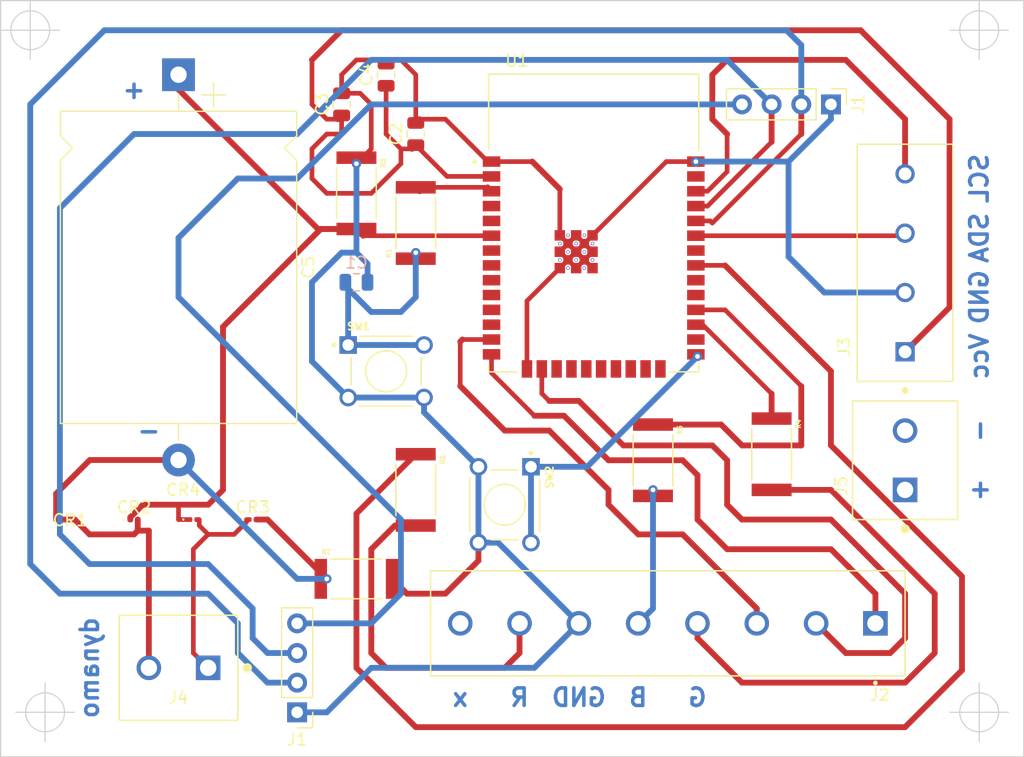
<source format=kicad_pcb>
(kicad_pcb (version 20211014) (generator pcbnew)
  (layers (0 "F.Cu" signal) (31 "B.Cu" signal) (34 "B.Paste" user) (35 "F.Paste" user) (36 "B.SilkS" user "B.Silkscreen") (37 "F.SilkS" user "F.Silkscreen") (38 "B.Mask" user) (39 "F.Mask" user) (44 "Edge.Cuts" user))
  (net 0 "")
  (net 1 "GND")
  (net 2 "Net-(C1-Pad2)")
  (net 3 "Net-(C2-Pad1)")
  (net 4 "Net-(C5-Pad1)")
  (net 5 "Net-(C5-Pad2)")
  (net 6 "Net-(CR1-Pad1)")
  (net 7 "Net-(CR3-Pad1)")
  (net 8 "Net-(J1-Pad2)")
  (net 9 "Net-(J1-Pad3)")
  (net 10 "+3V3")
  (net 11 "Net-(J2-Pad3)")
  (net 12 "Net-(J2-Pad2)")
  (net 13 "Net-(J2-Pad1)")
  (net 14 "Net-(J2-Pad4)")
  (net 15 "Net-(J2-Pad5)")
  (net 16 "Net-(J2-Pad7)")
  (net 18 "Net-(J3-Pad4)")
  (net 19 "Net-(J3-Pad3)")
  (net 20 "Net-(R1-Pad2)")
  (net 21 "Net-(R4-Pad1)")
  (net 22 "Net-(R5-Pad1)")
  (net 23 "Net-(R6-Pad1)")
  (net 24 "Net-(SW2-Pad1)")
  (footprint "Diode_SMD:D_0201_0603Metric" (layer "F.Cu") (at 127 68.58 180)
    (fp_text reference "CR1" (at -0.86 -0.05) (layer "F.SilkS"))
    (fp_text value "1N4148W-TP")
    (pad "1" smd roundrect (at -0.32 0 180) (size 0.46 0.4) (layers "F.Cu" "F.Mask") (net 6 "Net-(CR1-Pad1)"))
    (pad "2" smd roundrect (at 0.32 0 180) (size 0.46 0.4) (layers "F.Cu" "F.Mask") (net 5 "Net-(C5-Pad2)"))
  )
  (footprint "282837-4:TE_282837-4" (layer "F.Cu") (at 199.39 54.2125 90)
    (fp_text reference "J3" (at 0.4057 -5.22403 90) (layer "F.SilkS") (effects (font (size 1.001732 1.001732))))
    (fp_text value "pinnen lcd")
    (pad "1" thru_hole rect locked (at 0 0 90) (size 1.65 1.65) (drill 1.1) (layers *.Cu *.Mask) (net 3 "Net-(C2-Pad1)"))
    (pad "2" thru_hole circle locked (at 5.08 0 90) (size 1.65 1.65) (drill 1.1) (layers *.Cu *.Mask) (net 1 "GND"))
    (pad "3" thru_hole circle locked (at 10.16 0 90) (size 1.65 1.65) (drill 1.1) (layers *.Cu *.Mask) (net 19 "Net-(J3-Pad3)"))
    (pad "4" thru_hole circle locked (at 15.24 0 90) (size 1.65 1.65) (drill 1.1) (layers *.Cu *.Mask) (net 18 "Net-(J3-Pad4)"))
  )
  (footprint "libraries:RESC6332X65N" (layer "F.Cu") (at 157.48 43.18 90)
    (fp_text reference "R1" (at -2.59 -2.3 90) (layer "F.SilkS") (effects (font (size 0.393701 0.393701))))
    (fp_text value "10k")
    (pad "1" smd rect locked (at -3.055 0 90) (size 1.07 3.42) (layers "F.Cu" "F.Paste" "F.Mask") (net 2 "Net-(C1-Pad2)"))
    (pad "2" smd rect locked (at 3.055 0 90) (size 1.07 3.42) (layers "F.Cu" "F.Paste" "F.Mask") (net 20 "Net-(R1-Pad2)"))
  )
  (footprint "Connector_PinHeader_2.54mm:PinHeader_1x04_P2.54mm_Vertical" (layer "F.Cu") (at 147.32 85.09 180)
    (fp_text reference "J1" (at 0 -2.33) (layer "F.SilkS"))
    (fp_text value "Conn_01x04_Female")
    (pad "1" thru_hole rect (at 0 0 180) (size 1.7 1.7) (drill 1) (layers *.Cu *.Mask) (net 1 "GND"))
    (pad "2" thru_hole oval (at 0 2.54 180) (size 1.7 1.7) (drill 1) (layers *.Cu *.Mask) (net 8 "Net-(J1-Pad2)"))
    (pad "3" thru_hole oval (at 0 5.08 180) (size 1.7 1.7) (drill 1) (layers *.Cu *.Mask) (net 9 "Net-(J1-Pad3)"))
    (pad "4" thru_hole oval (at 0 7.62 180) (size 1.7 1.7) (drill 1) (layers *.Cu *.Mask) (net 10 "+3V3"))
  )
  (footprint "libraries:RESC6332X65N" (layer "F.Cu") (at 157.48 66.04 -90)
    (fp_text reference "R6" (at -2.59 -2.3 90) (layer "F.SilkS") (effects (font (size 0.393701 0.393701))))
    (fp_text value "82")
    (pad "1" smd rect locked (at -3.055 0 270) (size 1.07 3.42) (layers "F.Cu" "F.Paste" "F.Mask") (net 23 "Net-(R6-Pad1)"))
    (pad "2" smd rect locked (at 3.055 0 270) (size 1.07 3.42) (layers "F.Cu" "F.Paste" "F.Mask") (net 16 "Net-(J2-Pad7)"))
  )
  (footprint "Capacitor_SMD:C_0805_2012Metric" (layer "F.Cu") (at 157.48 35.56 90)
    (fp_text reference "C2" (at 0 -1.68 90) (layer "F.SilkS"))
    (fp_text value "220u")
    (pad "1" smd roundrect (at -0.95 0 90) (size 1 1.45) (layers "F.Cu" "F.Paste" "F.Mask") (net 3 "Net-(C2-Pad1)"))
    (pad "2" smd roundrect (at 0.95 0 90) (size 1 1.45) (layers "F.Cu" "F.Paste" "F.Mask") (net 1 "GND"))
  )
  (footprint "Capacitor_THT:CP_Axial_L26.5mm_D20.0mm_P33.00mm_Horizontal" (layer "F.Cu") (at 137.16 30.48 -90)
    (fp_text reference "C5" (at 16.5 -11.12 90) (layer "F.SilkS"))
    (fp_text value "1000µ")
    (pad "1" thru_hole rect (at 0 0 270) (size 2.8 2.8) (drill 1.4) (layers *.Cu *.Mask) (net 4 "Net-(C5-Pad1)"))
    (pad "2" thru_hole oval (at 33 0 270) (size 2.8 2.8) (drill 1.4) (layers *.Cu *.Mask) (net 5 "Net-(C5-Pad2)"))
  )
  (footprint "libraries:TE_282841-2" (layer "F.Cu") (at 137.16 81.28 180)
    (fp_text reference "J4" (at 0 -2.54) (layer "F.SilkS") (effects (font (size 1.000984 1.000984))))
    (fp_text value "pinnen dynamo")
    (pad "1" thru_hole rect locked (at -2.54 0 180) (size 2.1 2.1) (drill 1.4) (layers *.Cu *.Mask) (net 7 "Net-(CR3-Pad1)"))
    (pad "2" thru_hole circle locked (at 2.54 0 180) (size 2.1 2.1) (drill 1.4) (layers *.Cu *.Mask) (net 6 "Net-(CR1-Pad1)"))
  )
  (footprint "Diode_SMD:D_0201_0603Metric" (layer "F.Cu") (at 138.43 68.58)
    (fp_text reference "CR4" (at -0.86 -2.54) (layer "F.SilkS"))
    (fp_text value "1N4148W-TP")
    (pad "1" smd roundrect (at -0.32 0) (size 0.46 0.4) (layers "F.Cu" "F.Mask") (net 4 "Net-(C5-Pad1)"))
    (pad "2" smd roundrect (at 0.32 0) (size 0.46 0.4) (layers "F.Cu" "F.Mask") (net 7 "Net-(CR3-Pad1)"))
  )
  (footprint "Capacitor_SMD:C_0805_2012Metric" (layer "F.Cu") (at 151.13 33.02 90)
    (fp_text reference "C3" (at 0 -1.68 90) (layer "F.SilkS"))
    (fp_text value "22u")
    (pad "1" smd roundrect (at -0.95 0 90) (size 1 1.45) (layers "F.Cu" "F.Paste" "F.Mask") (net 3 "Net-(C2-Pad1)"))
    (pad "2" smd roundrect (at 0.95 0 90) (size 1 1.45) (layers "F.Cu" "F.Paste" "F.Mask") (net 1 "GND"))
  )
  (footprint "libraries:TE_282841-2" (layer "F.Cu") (at 199.39 63.5 90)
    (fp_text reference "J5" (at -2.197155 -5.470375 90) (layer "F.SilkS") (effects (font (size 1.000984 1.000984))))
    (fp_text value "voeding")
    (pad "1" thru_hole rect locked (at -2.54 0 90) (size 2.1 2.1) (drill 1.4) (layers *.Cu *.Mask) (net 3 "Net-(C2-Pad1)"))
    (pad "2" thru_hole circle locked (at 2.54 0 90) (size 2.1 2.1) (drill 1.4) (layers *.Cu *.Mask) (net 1 "GND"))
  )
  (footprint "Capacitor_SMD:C_0805_2012Metric" (layer "F.Cu") (at 154.94 30.48 90)
    (fp_text reference "C4" (at 0 -1.68 90) (layer "F.SilkS"))
    (fp_text value "0.1u")
    (pad "1" smd roundrect (at -0.95 0 90) (size 1 1.45) (layers "F.Cu" "F.Paste" "F.Mask") (net 3 "Net-(C2-Pad1)"))
    (pad "2" smd roundrect (at 0.95 0 90) (size 1 1.45) (layers "F.Cu" "F.Paste" "F.Mask") (net 1 "GND"))
  )
  (footprint "libraries:RESC6332X65N" (layer "F.Cu") (at 177.8 63.5 -90)
    (fp_text reference "R5" (at -2.59 -2.3 90) (layer "F.SilkS") (effects (font (size 0.393701 0.393701))))
    (fp_text value "82")
    (pad "1" smd rect locked (at -3.055 0 270) (size 1.07 3.42) (layers "F.Cu" "F.Paste" "F.Mask") (net 22 "Net-(R5-Pad1)"))
    (pad "2" smd rect locked (at 3.055 0 270) (size 1.07 3.42) (layers "F.Cu" "F.Paste" "F.Mask") (net 15 "Net-(J2-Pad5)"))
  )
  (footprint "libraries:RESC6332X65N" (layer "F.Cu") (at 152.4 40.64 -90)
    (fp_text reference "R3" (at -2.59 -2.3 90) (layer "F.SilkS") (effects (font (size 0.393701 0.393701))))
    (fp_text value "120")
    (pad "1" smd rect locked (at -3.055 0 270) (size 1.07 3.42) (layers "F.Cu" "F.Paste" "F.Mask") (net 1 "GND"))
    (pad "2" smd rect locked (at 3.055 0 270) (size 1.07 3.42) (layers "F.Cu" "F.Paste" "F.Mask") (net 4 "Net-(C5-Pad1)"))
  )
  (footprint "libraries:SW_1825910-6-4" (layer "F.Cu") (at 165.1 67.31 -90)
    (fp_text reference "SW2" (at -2.3627 -3.844398 90) (layer "F.SilkS") (effects (font (size 0.630643 0.630643))))
    (fp_text value "BOOT")
    (pad "1" thru_hole rect locked (at -3.25 -2.25 270) (size 1.498 1.498) (drill 0.99) (layers *.Cu *.Mask) (net 24 "Net-(SW2-Pad1)"))
    (pad "2" thru_hole circle locked (at 3.25 -2.25 270) (size 1.498 1.498) (drill 0.99) (layers *.Cu *.Mask) (net 24 "Net-(SW2-Pad1)"))
    (pad "3" thru_hole circle locked (at -3.25 2.25 270) (size 1.498 1.498) (drill 0.99) (layers *.Cu *.Mask) (net 1 "GND"))
    (pad "4" thru_hole circle locked (at 3.25 2.25 270) (size 1.498 1.498) (drill 0.99) (layers *.Cu *.Mask) (net 1 "GND"))
  )
  (footprint "Diode_SMD:D_0201_0603Metric" (layer "F.Cu") (at 143.51 68.58)
    (fp_text reference "CR3" (at 0 -1.05) (layer "F.SilkS"))
    (fp_text value "1N4148W-TP")
    (pad "1" smd roundrect (at -0.32 0) (size 0.46 0.4) (layers "F.Cu" "F.Mask") (net 7 "Net-(CR3-Pad1)"))
    (pad "2" smd roundrect (at 0.32 0) (size 0.46 0.4) (layers "F.Cu" "F.Mask") (net 5 "Net-(C5-Pad2)"))
  )
  (footprint "libraries:XCVR_ESP32-WROOM-32E_(16MB)" (layer "F.Cu") (at 172.72 43.18)
    (fp_text reference "U1" (at -6.575 -13.885) (layer "F.SilkS"))
    (fp_text value "ESP32-WROOM-32E_(16MB)")
    (pad "1" smd rect locked (at -8.75 -5.26) (size 1.5 0.9) (layers "F.Cu" "F.Paste" "F.Mask") (net 1 "GND"))
    (pad "2" smd rect locked (at -8.75 -3.99) (size 1.5 0.9) (layers "F.Cu" "F.Paste" "F.Mask") (net 3 "Net-(C2-Pad1)"))
    (pad "3" smd rect locked (at -8.75 -2.72) (size 1.5 0.9) (layers "F.Cu" "F.Paste" "F.Mask") (net 20 "Net-(R1-Pad2)"))
    (pad "4" smd rect locked (at -8.75 -1.45) (size 1.5 0.9) (layers "F.Cu" "F.Paste" "F.Mask"))
    (pad "5" smd rect locked (at -8.75 -0.18) (size 1.5 0.9) (layers "F.Cu" "F.Paste" "F.Mask"))
    (pad "6" smd rect locked (at -8.75 1.09) (size 1.5 0.9) (layers "F.Cu" "F.Paste" "F.Mask") (net 4 "Net-(C5-Pad1)"))
    (pad "7" smd rect locked (at -8.75 2.36) (size 1.5 0.9) (layers "F.Cu" "F.Paste" "F.Mask"))
    (pad "8" smd rect locked (at -8.75 3.63) (size 1.5 0.9) (layers "F.Cu" "F.Paste" "F.Mask"))
    (pad "9" smd rect locked (at -8.75 4.9) (size 1.5 0.9) (layers "F.Cu" "F.Paste" "F.Mask"))
    (pad "10" smd rect locked (at -8.75 6.17) (size 1.5 0.9) (layers "F.Cu" "F.Paste" "F.Mask"))
    (pad "11" smd rect locked (at -8.75 7.44) (size 1.5 0.9) (layers "F.Cu" "F.Paste" "F.Mask"))
    (pad "12" smd rect locked (at -8.75 8.71) (size 1.5 0.9) (layers "F.Cu" "F.Paste" "F.Mask"))
    (pad "13" smd rect locked (at -8.75 9.98) (size 1.5 0.9) (layers "F.Cu" "F.Paste" "F.Mask") (net 11 "Net-(J2-Pad3)"))
    (pad "14" smd rect locked (at -8.75 11.25) (size 1.5 0.9) (layers "F.Cu" "F.Paste" "F.Mask") (net 13 "Net-(J2-Pad1)"))
    (pad "15" smd rect locked (at -5.715 12.5) (size 0.9 1.5) (layers "F.Cu" "F.Paste" "F.Mask") (net 1 "GND"))
    (pad "16" smd rect locked (at -4.445 12.5) (size 0.9 1.5) (layers "F.Cu" "F.Paste" "F.Mask") (net 12 "Net-(J2-Pad2)"))
    (pad "17" smd rect locked (at -3.175 12.5) (size 0.9 1.5) (layers "F.Cu" "F.Paste" "F.Mask"))
    (pad "18" smd rect locked (at -1.905 12.5) (size 0.9 1.5) (layers "F.Cu" "F.Paste" "F.Mask"))
    (pad "19" smd rect locked (at -0.635 12.5) (size 0.9 1.5) (layers "F.Cu" "F.Paste" "F.Mask"))
    (pad "20" smd rect locked (at 0.635 12.5) (size 0.9 1.5) (layers "F.Cu" "F.Paste" "F.Mask"))
    (pad "21" smd rect locked (at 1.905 12.5) (size 0.9 1.5) (layers "F.Cu" "F.Paste" "F.Mask"))
    (pad "22" smd rect locked (at 3.175 12.5) (size 0.9 1.5) (layers "F.Cu" "F.Paste" "F.Mask"))
    (pad "23" smd rect locked (at 4.445 12.5) (size 0.9 1.5) (layers "F.Cu" "F.Paste" "F.Mask"))
    (pad "24" smd rect locked (at 5.715 12.5) (size 0.9 1.5) (layers "F.Cu" "F.Paste" "F.Mask"))
    (pad "25" smd rect locked (at 8.75 11.25) (size 1.5 0.9) (layers "F.Cu" "F.Paste" "F.Mask") (net 24 "Net-(SW2-Pad1)"))
    (pad "26" smd rect locked (at 8.75 9.98) (size 1.5 0.9) (layers "F.Cu" "F.Paste" "F.Mask"))
    (pad "27" smd rect locked (at 8.75 8.71) (size 1.5 0.9) (layers "F.Cu" "F.Paste" "F.Mask") (net 21 "Net-(R4-Pad1)"))
    (pad "28" smd rect locked (at 8.75 7.44) (size 1.5 0.9) (layers "F.Cu" "F.Paste" "F.Mask") (net 22 "Net-(R5-Pad1)"))
    (pad "29" smd rect locked (at 8.75 6.17) (size 1.5 0.9) (layers "F.Cu" "F.Paste" "F.Mask"))
    (pad "30" smd rect locked (at 8.75 4.9) (size 1.5 0.9) (layers "F.Cu" "F.Paste" "F.Mask"))
    (pad "31" smd rect locked (at 8.75 3.63) (size 1.5 0.9) (layers "F.Cu" "F.Paste" "F.Mask") (net 23 "Net-(R6-Pad1)"))
    (pad "32" smd rect locked (at 8.75 2.36) (size 1.5 0.9) (layers "F.Cu" "F.Paste" "F.Mask"))
    (pad "33" smd rect locked (at 8.75 1.09) (size 1.5 0.9) (layers "F.Cu" "F.Paste" "F.Mask") (net 19 "Net-(J3-Pad3)"))
    (pad "34" smd rect locked (at 8.75 -0.18) (size 1.5 0.9) (layers "F.Cu" "F.Paste" "F.Mask") (net 8 "Net-(J1-Pad2)"))
    (pad "35" smd rect locked (at 8.75 -1.45) (size 1.5 0.9) (layers "F.Cu" "F.Paste" "F.Mask") (net 9 "Net-(J1-Pad3)"))
    (pad "36" smd rect locked (at 8.75 -2.72) (size 1.5 0.9) (layers "F.Cu" "F.Paste" "F.Mask") (net 18 "Net-(J3-Pad4)"))
    (pad "37" smd rect locked (at 8.75 -3.99) (size 1.5 0.9) (layers "F.Cu" "F.Paste" "F.Mask"))
    (pad "38" smd rect locked (at 8.75 -5.26) (size 1.5 0.9) (layers "F.Cu" "F.Paste" "F.Mask") (net 1 "GND"))
    (pad "39_1" smd rect locked (at -2.9 1.06) (size 0.9 0.9) (layers "F.Cu" "F.Paste" "F.Mask") (net 1 "GND"))
    (pad "39_2" smd rect locked (at -1.5 1.06) (size 0.9 0.9) (layers "F.Cu" "F.Paste" "F.Mask") (net 1 "GND"))
    (pad "39_3" smd rect locked (at -0.1 1.06) (size 0.9 0.9) (layers "F.Cu" "F.Paste" "F.Mask") (net 1 "GND"))
    (pad "39_4" smd rect locked (at -2.9 2.46) (size 0.9 0.9) (layers "F.Cu" "F.Paste" "F.Mask") (net 1 "GND"))
    (pad "39_5" smd rect locked (at -1.5 2.46) (size 0.9 0.9) (layers "F.Cu" "F.Paste" "F.Mask") (net 1 "GND"))
    (pad "39_6" smd rect locked (at -0.1 2.46) (size 0.9 0.9) (layers "F.Cu" "F.Paste" "F.Mask") (net 1 "GND"))
    (pad "39_7" smd rect locked (at -2.9 3.86) (size 0.9 0.9) (layers "F.Cu" "F.Paste" "F.Mask") (net 1 "GND"))
    (pad "39_8" smd rect locked (at -1.5 3.86) (size 0.9 0.9) (layers "F.Cu" "F.Paste" "F.Mask") (net 1 "GND"))
    (pad "39_9" smd rect locked (at -0.1 3.86) (size 0.9 0.9) (layers "F.Cu" "F.Paste" "F.Mask") (net 1 "GND"))
    (pad "39_10" thru_hole circle locked (at -2.2 1.06) (size 0.3 0.3) (drill 0.2) (layers *.Cu))
    (pad "39_11" thru_hole circle locked (at -0.8 1.06) (size 0.3 0.3) (drill 0.2) (layers *.Cu))
    (pad "39_12" thru_hole circle locked (at -2.9 1.76) (size 0.3 0.3) (drill 0.2) (layers *.Cu))
    (pad "39_13" thru_hole circle locked (at -1.5 1.76) (size 0.3 0.3) (drill 0.2) (layers *.Cu))
    (pad "39_14" thru_hole circle locked (at -0.1 1.76) (size 0.3 0.3) (drill 0.2) (layers *.Cu))
    (pad "39_15" thru_hole circle locked (at -2.2 2.46) (size 0.3 0.3) (drill 0.2) (layers *.Cu))
    (pad "39_16" thru_hole circle locked (at -0.8 2.46) (size 0.3 0.3) (drill 0.2) (layers *.Cu))
    (pad "39_17" thru_hole circle locked (at -2.9 3.16) (size 0.3 0.3) (drill 0.2) (layers *.Cu))
    (pad "39_18" thru_hole circle locked (at -1.5 3.16) (size 0.3 0.3) (drill 0.2) (layers *.Cu))
    (pad "39_19" thru_hole circle locked (at -0.1 3.16) (size 0.3 0.3) (drill 0.2) (layers *.Cu))
    (pad "39_20" thru_hole circle locked (at -2.2 3.86) (size 0.3 0.3) (drill 0.2) (layers *.Cu))
    (pad "39_21" thru_hole circle locked (at -0.8 3.86) (size 0.3 0.3) (drill 0.2) (layers *.Cu))
  )
  (footprint "libraries:RESC6332X65N" (layer "F.Cu") (at 187.96 62.985 -90)
    (fp_text reference "R4" (at -2.59 -2.3 90) (layer "F.SilkS") (effects (font (size 0.393701 0.393701))))
    (fp_text value "82")
    (pad "1" smd rect locked (at -3.055 0 270) (size 1.07 3.42) (layers "F.Cu" "F.Paste" "F.Mask") (net 21 "Net-(R4-Pad1)"))
    (pad "2" smd rect locked (at 3.055 0 270) (size 1.07 3.42) (layers "F.Cu" "F.Paste" "F.Mask") (net 14 "Net-(J2-Pad4)"))
  )
  (footprint "libraries:RESC6332X65N" (layer "F.Cu") (at 152.4 73.66)
    (fp_text reference "R2" (at -2.59 -2.3) (layer "F.SilkS") (effects (font (size 0.393701 0.393701))))
    (fp_text value "560")
    (pad "1" smd rect locked (at -3.055 0) (size 1.07 3.42) (layers "F.Cu" "F.Paste" "F.Mask") (net 5 "Net-(C5-Pad2)"))
    (pad "2" smd rect locked (at 3.055 0) (size 1.07 3.42) (layers "F.Cu" "F.Paste" "F.Mask") (net 1 "GND"))
  )
  (footprint "Diode_SMD:D_0201_0603Metric" (layer "F.Cu") (at 133.35 68.58)
    (fp_text reference "CR2" (at 0 -1.05) (layer "F.SilkS"))
    (fp_text value "1N4148W-TP")
    (pad "1" smd roundrect locked (at -0.32 0) (size 0.46 0.4) (layers "F.Cu" "F.Mask") (net 4 "Net-(C5-Pad1)"))
    (pad "2" smd roundrect locked (at 0.32 0) (size 0.46 0.4) (layers "F.Cu" "F.Mask") (net 6 "Net-(CR1-Pad1)"))
  )
  (footprint "libraries:TE_282841-8" (layer "F.Cu") (at 179.07 77.47 180)
    (fp_text reference "J2" (at -18.145 -6.135) (layer "F.SilkS"))
    (fp_text value "pinnen 3 witte leds, 1 rgb led")
    (pad "1" thru_hole rect locked (at -17.78 0 180) (size 2.1 2.1) (drill 1.4) (layers *.Cu *.Mask) (net 13 "Net-(J2-Pad1)"))
    (pad "2" thru_hole circle locked (at -12.7 0 180) (size 2.1 2.1) (drill 1.4) (layers *.Cu *.Mask) (net 12 "Net-(J2-Pad2)"))
    (pad "3" thru_hole circle locked (at -7.62 0 180) (size 2.1 2.1) (drill 1.4) (layers *.Cu *.Mask) (net 11 "Net-(J2-Pad3)"))
    (pad "4" thru_hole circle locked (at -2.54 0 180) (size 2.1 2.1) (drill 1.4) (layers *.Cu *.Mask) (net 14 "Net-(J2-Pad4)"))
    (pad "5" thru_hole circle locked (at 2.54 0 180) (size 2.1 2.1) (drill 1.4) (layers *.Cu *.Mask) (net 15 "Net-(J2-Pad5)"))
    (pad "6" thru_hole circle locked (at 7.62 0 180) (size 2.1 2.1) (drill 1.4) (layers *.Cu *.Mask) (net 1 "GND"))
    (pad "7" thru_hole circle locked (at 12.7 0 180) (size 2.1 2.1) (drill 1.4) (layers *.Cu *.Mask) (net 16 "Net-(J2-Pad7)"))
    (pad "8" thru_hole circle locked (at 17.78 0 180) (size 2.1 2.1) (drill 1.4) (layers *.Cu *.Mask))
  )
  (footprint "Connector_PinHeader_2.54mm:PinHeader_1x04_P2.54mm_Vertical" (layer "F.Cu") (at 193.04 33.02 -90)
    (fp_text reference "J1" (at 0 -2.33 90) (layer "F.SilkS"))
    (fp_text value "Conn_01x04_Female")
    (pad "1" thru_hole rect (at 0 0 270) (size 1.7 1.7) (drill 1) (layers *.Cu *.Mask) (net 1 "GND"))
    (pad "2" thru_hole oval (at 0 2.54 270) (size 1.7 1.7) (drill 1) (layers *.Cu *.Mask) (net 8 "Net-(J1-Pad2)"))
    (pad "3" thru_hole oval (at 0 5.08 270) (size 1.7 1.7) (drill 1) (layers *.Cu *.Mask) (net 9 "Net-(J1-Pad3)"))
    (pad "4" thru_hole oval (at 0 7.62 270) (size 1.7 1.7) (drill 1) (layers *.Cu *.Mask) (net 10 "+3V3"))
  )
  (footprint "libraries:SW_1825910-6-4" (layer "F.Cu") (at 154.94 55.88)
    (fp_text reference "SW1" (at -2.3627 -3.844398) (layer "F.SilkS") (effects (font (size 0.630643 0.630643))))
    (fp_text value "ENABLE")
    (pad "1" thru_hole rect locked (at -3.25 -2.25) (size 1.498 1.498) (drill 0.99) (layers *.Cu *.Mask) (net 2 "Net-(C1-Pad2)"))
    (pad "2" thru_hole circle locked (at 3.25 -2.25) (size 1.498 1.498) (drill 0.99) (layers *.Cu *.Mask) (net 2 "Net-(C1-Pad2)"))
    (pad "3" thru_hole circle locked (at -3.25 2.25) (size 1.498 1.498) (drill 0.99) (layers *.Cu *.Mask) (net 1 "GND"))
    (pad "4" thru_hole circle locked (at 3.25 2.25) (size 1.498 1.498) (drill 0.99) (layers *.Cu *.Mask) (net 1 "GND"))
  )
  (footprint "Capacitor_SMD:C_0805_2012Metric" (layer "B.Cu") (at 152.4 48.26 180)
    (fp_text reference "C1" (at 0 1.68) (layer "B.SilkS") (effects (justify mirror)))
    (fp_text value "1u")
    (pad "1" smd roundrect locked (at -0.95 0 180) (size 1 1.45) (layers "B.Cu" "B.Paste" "B.Mask") (net 1 "GND"))
    (pad "2" smd roundrect locked (at 0.95 0 180) (size 1 1.45) (layers "B.Cu" "B.Paste" "B.Mask") (net 2 "Net-(C1-Pad2)"))
  )
  (gr_rect (start 121.92 24.13) (end 209.55 88.9) (layer "Edge.Cuts") (width 0.1) (fill none))
  (gr_text "dynamo" (at 129.54 81.28 90) (layer "B.Cu") (effects (font (size 1.5 1.5) (thickness 0.3)) (justify mirror)))
  (gr_text "Vcc" (at 205.74 54.61 90) (layer "B.Cu") (effects (font (size 1.5 1.5) (thickness 0.3)) (justify mirror)))
  (gr_text "GND" (at 171.45 83.82) (layer "B.Cu") (effects (font (size 1.5 1.5) (thickness 0.3)) (justify mirror)))
  (gr_text "B" (at 176.53 83.82) (layer "B.Cu") (effects (font (size 1.5 1.5) (thickness 0.3)) (justify mirror)))
  (gr_text "-\n" (at 134.62 60.96) (layer "B.Cu") (effects (font (size 1.5 1.5) (thickness 0.3)) (justify mirror)))
  (gr_text "GND" (at 205.74 49.53 90) (layer "B.Cu") (effects (font (size 1.5 1.5) (thickness 0.3)) (justify mirror)))
  (gr_text "R" (at 166.37 83.82) (layer "B.Cu") (effects (font (size 1.5 1.5) (thickness 0.3)) (justify mirror)))
  (gr_text "SCL" (at 205.74 39.37 90) (layer "B.Cu") (effects (font (size 1.5 1.5) (thickness 0.3)) (justify mirror)))
  (gr_text "+" (at 133.35 31.75) (layer "B.Cu") (effects (font (size 1.5 1.5) (thickness 0.3)) (justify mirror)))
  (gr_text "G" (at 181.61 83.82) (layer "B.Cu") (effects (font (size 1.5 1.5) (thickness 0.3)) (justify mirror)))
  (gr_text "-" (at 205.74 60.96 90) (layer "B.Cu") (effects (font (size 1.5 1.5) (thickness 0.3))))
  (gr_text "SDA" (at 205.74 44.45 90) (layer "B.Cu") (effects (font (size 1.5 1.5) (thickness 0.3)) (justify mirror)))
  (gr_text "x" (at 161.29 83.82) (layer "B.Cu") (effects (font (size 1.5 1.5) (thickness 0.3)) (justify mirror)))
  (gr_text "+\n" (at 205.74 66.04 90) (layer "B.Cu") (effects (font (size 1.5 1.5) (thickness 0.3))))
  (target plus (at 205.74 85.09) (size 5) (width 0.1) (layer "Edge.Cuts"))
  (target plus (at 125.73 85.09) (size 5) (width 0.1) (layer "Edge.Cuts"))
  (target plus (at 124.46 26.67) (size 5) (width 0.1) (layer "Edge.Cuts"))
  (target plus (at 205.74 26.67) (size 5) (width 0.1) (layer "Edge.Cuts"))
  (segment (start 172.125479 46.545479) (end 172.125479 46.134521) (width 0.4) (layer "F.Cu") (net 1))
  (segment (start 160.02 34.29) (end 157.8 34.29) (width 0.4) (layer "F.Cu") (net 1))
  (segment (start 169.82 40.28) (end 167.46 37.92) (width 0.5) (layer "F.Cu") (net 1))
  (segment (start 169.82 47.04) (end 167.005 49.855) (width 0.4) (layer "F.Cu") (net 1))
  (segment (start 156.21 29.21) (end 155.26 29.21) (width 0.4) (layer "F.Cu") (net 1))
  (segment (start 170.725479 44.734521) (end 171.22 44.24) (width 0.4) (layer "F.Cu") (net 1))
  (segment (start 170.314521 46.134521) (end 170.314521 46.54612) (width 0.4) (layer "F.Cu") (net 1))
  (segment (start 171.22 47.04) (end 171.714521 46.545479) (width 0.4) (layer "F.Cu") (net 1))
  (segment (start 170.725479 45.145479) (end 170.314521 45.145479) (width 0.4) (layer "F.Cu") (net 1))
  (segment (start 169.82 44.24) (end 169.820641 44.24) (width 0.4) (layer "F.Cu") (net 1))
  (segment (start 170.725479 46.545479) (end 171.22 47.04) (width 0.4) (layer "F.Cu") (net 1))
  (segment (start 171.715162 46.134521) (end 172.125479 46.134521) (width 0.4) (layer "F.Cu") (net 1))
  (segment (start 172.125479 45.145479) (end 172.125479 44.734521) (width 0.4) (layer "F.Cu") (net 1))
  (segment (start 172.125479 44.734521) (end 172.62 44.24) (width 0.4) (layer "F.Cu") (net 1))
  (segment (start 171.714521 45.145479) (end 172.125479 45.145479) (width 0.4) (layer "F.Cu") (net 1))
  (segment (start 171.22 44.24) (end 171.714521 44.734521) (width 0.4) (layer "F.Cu") (net 1))
  (segment (start 167.46 37.92) (end 163.97 37.92) (width 0.4) (layer "F.Cu") (net 1))
  (segment (start 152.4 38.1) (end 153.67 36.83) (width 0.4) (layer "F.Cu") (net 1))
  (segment (start 170.314521 46.54612) (end 170.025479 46.835162) (width 0.4) (layer "F.Cu") (net 1))
  (segment (start 172.62 45.64) (end 172.125479 45.145479) (width 0.4) (layer "F.Cu") (net 1))
  (segment (start 171.22 45.64) (end 170.725479 45.145479) (width 0.4) (layer "F.Cu") (net 1))
  (segment (start 170.314521 45.145479) (end 169.82 45.64) (width 0.4) (layer "F.Cu") (net 1))
  (segment (start 169.82 44.24) (end 169.82 40.28) (width 0.4) (layer "F.Cu") (net 1))
  (segment (start 170.314521 45.145479) (end 170.314521 44.734521) (width 0.4) (layer "F.Cu") (net 1))
  (segment (start 170.314521 46.134521) (end 170.725479 46.134521) (width 0.4) (layer "F.Cu") (net 1))
  (segment (start 163.97 37.92) (end 163.65 37.92) (width 0.5) (layer "F.Cu") (net 1))
  (segment (start 178.94 37.92) (end 181.47 37.92) (width 0.4) (layer "F.Cu") (net 1))
  (segment (start 171.219359 45.64) (end 170.724838 45.145479) (width 0.4) (layer "F.Cu") (net 1))
  (segment (start 154.62 29.21) (end 154.94 29.53) (width 0.5) (layer "F.Cu") (net 1))
  (segment (start 170.724838 45.145479) (end 170.724838 44.735162) (width 0.4) (layer "F.Cu") (net 1))
  (segment (start 152.72 32.07) (end 151.13 32.07) (width 0.4) (layer "F.Cu") (net 1))
  (segment (start 171.714521 46.134521) (end 171.22 45.64) (width 0.4) (layer "F.Cu") (net 1))
  (segment (start 171.22 45.64) (end 171.714521 45.145479) (width 0.4) (layer "F.Cu") (net 1))
  (segment (start 170.725479 46.134521) (end 171.22 45.64) (width 0.4) (layer "F.Cu") (net 1))
  (segment (start 170.314521 44.734521) (end 170.725479 44.734521) (width 0.4) (layer "F.Cu") (net 1))
  (segment (start 153.67 33.02) (end 152.72 32.07) (width 0.4) (layer "F.Cu") (net 1))
  (segment (start 172.62 47.04) (end 172.125479 46.545479) (width 0.4) (layer "F.Cu") (net 1))
  (segment (start 169.82 44.24) (end 170.314521 44.734521) (width 0.4) (layer "F.Cu") (net 1))
  (segment (start 172.125479 46.545479) (end 171.714521 46.545479) (width 0.4) (layer "F.Cu") (net 1))
  (segment (start 162.85 72.1) (end 162.85 70.56) (width 0.5) (layer "F.Cu") (net 1))
  (segment (start 171.22 45.64) (end 171.219359 45.64) (width 0.4) (layer "F.Cu") (net 1))
  (segment (start 171.714521 44.734521) (end 172.125479 44.734521) (width 0.4) (layer "F.Cu") (net 1))
  (segment (start 172.83 44.45) (end 172.72 44.45) (width 0.4) (layer "F.Cu") (net 1))
  (segment (start 163.65 37.92) (end 160.02 34.29) (width 0.4) (layer "F.Cu") (net 1))
  (segment (start 167.005 49.855) (end 167.005 55.68) (width 0.4) (layer "F.Cu") (net 1))
  (segment (start 169.975479 47.04) (end 169.82 47.04) (width 0.4) (layer "F.Cu") (net 1))
  (segment (start 151.13 30.48) (end 152.4 29.21) (width 0.4) (layer "F.Cu") (net 1))
  (segment (start 152.4 29.21) (end 154.62 29.21) (width 0.4) (layer "F.Cu") (net 1))
  (segment (start 157.8 34.29) (end 157.48 34.61) (width 0.5) (layer "F.Cu") (net 1))
  (segment (start 157.48 34.61) (end 157.48 30.48) (width 0.4) (layer "F.Cu") (net 1))
  (segment (start 170.314521 46.545479) (end 170.725479 46.545479) (width 0.4) (layer "F.Cu") (net 1))
  (segment (start 172.125479 46.134521) (end 172.62 45.64) (width 0.4) (layer "F.Cu") (net 1))
  (segment (start 155.455 73.66) (end 156.725 74.93) (width 0.5) (layer "F.Cu") (net 1))
  (segment (start 170.724838 44.735162) (end 171.22 44.24) (width 0.4) (layer "F.Cu") (net 1))
  (segment (start 169.820641 44.24) (end 170.105321 44.52468) (width 0.4) (layer "F.Cu") (net 1))
  (segment (start 171.220641 45.64) (end 171.715162 46.134521) (width 0.4) (layer "F.Cu") (net 1))
  (segment (start 170.725479 46.135162) (end 170.725479 46.545479) (width 0.4) (layer "F.Cu") (net 1))
  (segment (start 172.62 44.24) (end 178.94 37.92) (width 0.4) (layer "F.Cu") (net 1))
  (segment (start 157.48 30.48) (end 156.21 29.21) (width 0.4) (layer "F.Cu") (net 1))
  (segment (start 171.220641 45.64) (end 170.725479 46.135162) (width 0.4) (layer "F.Cu") (net 1))
  (segment (start 170.724838 45.145479) (end 170.314521 45.145479) (width 0.4) (layer "F.Cu") (net 1))
  (segment (start 153.67 36.83) (end 153.67 33.02) (width 0.4) (layer "F.Cu") (net 1))
  (segment (start 160.02 74.93) (end 162.85 72.1) (width 0.5) (layer "F.Cu") (net 1))
  (segment (start 151.13 32.07) (end 151.13 30.48) (width 0.4) (layer "F.Cu") (net 1))
  (segment (start 156.725 74.93) (end 160.02 74.93) (width 0.5) (layer "F.Cu") (net 1))
  (segment (start 170.025479 46.835162) (end 170.025479 46.99) (width 0.4) (layer "F.Cu") (net 1))
  (segment (start 171.714521 46.545479) (end 171.714521 46.134521) (width 0.4) (layer "F.Cu") (net 1))
  (segment (start 171.714521 45.145479) (end 171.714521 44.734521) (width 0.4) (layer "F.Cu") (net 1))
  (segment (start 171.22 45.64) (end 171.220641 45.64) (width 0.4) (layer "F.Cu") (net 1))
  (segment (start 169.82 47.04) (end 170.314521 46.545479) (width 0.4) (layer "F.Cu") (net 1))
  (segment (start 155.26 29.21) (end 154.94 29.53) (width 0.4) (layer "F.Cu") (net 1))
  (segment (start 170.025479 46.99) (end 169.975479 47.04) (width 0.4) (layer "F.Cu") (net 1))
  (segment (start 169.82 45.64) (end 170.314521 46.134521) (width 0.4) (layer "F.Cu") (net 1))
  (via (at 152.4 38.1) (size 0.8) (drill 0.4) (layers "F.Cu" "B.Cu") (net 1))
  (via (at 181.47 37.92) (size 0.8) (drill 0.4) (layers "F.Cu" "B.Cu") (net 1))
  (segment (start 151.69 58.13) (end 158.19 58.13) (width 0.5) (layer "B.Cu") (net 1))
  (segment (start 152.4 45.72) (end 152.4 38.1) (width 0.5) (layer "B.Cu") (net 1))
  (segment (start 158.19 58.13) (end 158.19 59.4) (width 0.5) (layer "B.Cu") (net 1))
  (segment (start 151.13 45.72) (end 148.59 48.26) (width 0.5) (layer "B.Cu") (net 1))
  (segment (start 153.67 81.28) (end 167.64 81.28) (width 0.5) (layer "B.Cu") (net 1))
  (segment (start 158.19 59.4) (end 162.85 64.06) (width 0.5) (layer "B.Cu") (net 1))
  (segment (start 189.41 37.92) (end 193.04 34.29) (width 0.5) (layer "B.Cu") (net 1))
  (segment (start 167.64 81.28) (end 171.45 77.47) (width 0.5) (layer "B.Cu") (net 1))
  (segment (start 189.41 46.073998) (end 192.468502 49.1325) (width 0.5) (layer "B.Cu") (net 1))
  (segment (start 181.47 37.92) (end 189.41 37.92) (width 0.5) (layer "B.Cu") (net 1))
  (segment (start 164.54 70.56) (end 171.45 77.47) (width 0.5) (layer "B.Cu") (net 1))
  (segment (start 152.4 45.72) (end 151.13 45.72) (width 0.5) (layer "B.Cu") (net 1))
  (segment (start 162.85 70.56) (end 164.54 70.56) (width 0.5) (layer "B.Cu") (net 1))
  (segment (start 189.41 37.92) (end 189.41 46.073998) (width 0.5) (layer "B.Cu") (net 1))
  (segment (start 192.468502 49.1325) (end 199.39 49.1325) (width 0.5) (layer "B.Cu") (net 1))
  (segment (start 149.86 85.09) (end 153.67 81.28) (width 0.5) (layer "B.Cu") (net 1))
  (segment (start 153.35 48.26) (end 153.35 46.67) (width 0.5) (layer "B.Cu") (net 1))
  (segment (start 148.59 55.03) (end 151.69 58.13) (width 0.5) (layer "B.Cu") (net 1))
  (segment (start 193.04 34.29) (end 193.04 33.02) (width 0.5) (layer "B.Cu") (net 1))
  (segment (start 148.59 48.26) (end 148.59 55.03) (width 0.5) (layer "B.Cu") (net 1))
  (segment (start 162.85 70.56) (end 162.85 64.06) (width 0.5) (layer "B.Cu") (net 1))
  (segment (start 153.35 46.67) (end 152.4 45.72) (width 0.5) (layer "B.Cu") (net 1))
  (segment (start 147.32 85.09) (end 149.86 85.09) (width 0.5) (layer "B.Cu") (net 1))
  (via (at 157.48 45.72) (size 0.8) (drill 0.4) (layers "F.Cu" "B.Cu") (net 2))
  (segment (start 151.69 48.5) (end 151.45 48.26) (width 0.5) (layer "B.Cu") (net 2))
  (segment (start 153.67 50.8) (end 156.21 50.8) (width 0.5) (layer "B.Cu") (net 2))
  (segment (start 151.45 48.58) (end 153.67 50.8) (width 0.5) (layer "B.Cu") (net 2))
  (segment (start 151.45 48.26) (end 151.45 48.58) (width 0.5) (layer "B.Cu") (net 2))
  (segment (start 157.48 49.53) (end 157.48 45.72) (width 0.5) (layer "B.Cu") (net 2))
  (segment (start 158.19 53.63) (end 151.69 53.63) (width 0.5) (layer "B.Cu") (net 2))
  (segment (start 151.69 53.63) (end 151.69 48.5) (width 0.5) (layer "B.Cu") (net 2))
  (segment (start 156.21 50.8) (end 157.48 49.53) (width 0.5) (layer "B.Cu") (net 2))
  (segment (start 148.59 39.37) (end 149.86 40.64) (width 0.4) (layer "F.Cu") (net 3))
  (segment (start 148.59 36.83) (end 148.59 39.37) (width 0.4) (layer "F.Cu") (net 3))
  (segment (start 163.97 39.19) (end 160.16 39.19) (width 0.4) (layer "F.Cu") (net 3))
  (segment (start 151.13 35.56) (end 149.86 35.56) (width 0.4) (layer "F.Cu") (net 3))
  (segment (start 150.81 34.29) (end 149.86 34.29) (width 0.4) (layer "F.Cu") (net 3))
  (segment (start 148.59 33.02) (end 148.59 29.21) (width 0.4) (layer "F.Cu") (net 3))
  (segment (start 149.86 35.56) (end 148.59 36.83) (width 0.4) (layer "F.Cu") (net 3))
  (segment (start 148.59 29.21) (end 151.13 26.67) (width 0.5) (layer "F.Cu") (net 3))
  (segment (start 157.16 36.83) (end 157.48 36.51) (width 0.5) (layer "F.Cu") (net 3))
  (segment (start 151.13 33.97) (end 150.81 34.29) (width 0.5) (layer "F.Cu") (net 3))
  (segment (start 151.13 26.67) (end 195.58 26.67) (width 0.5) (layer "F.Cu") (net 3))
  (segment (start 156.21 38.1) (end 156.21 36.83) (width 0.4) (layer "F.Cu") (net 3))
  (segment (start 149.86 34.29) (end 148.59 33.02) (width 0.4) (layer "F.Cu") (net 3))
  (segment (start 195.58 26.67) (end 203.2 34.29) (width 0.5) (layer "F.Cu") (net 3))
  (segment (start 149.86 40.64) (end 153.67 40.64) (width 0.4) (layer "F.Cu") (net 3))
  (segment (start 203.2 34.29) (end 203.2 50.4025) (width 0.5) (layer "F.Cu") (net 3))
  (segment (start 154.94 35.56) (end 156.21 36.83) (width 0.4) (layer "F.Cu") (net 3))
  (segment (start 160.16 39.19) (end 157.48 36.51) (width 0.4) (layer "F.Cu") (net 3))
  (segment (start 153.67 40.64) (end 156.21 38.1) (width 0.4) (layer "F.Cu") (net 3))
  (segment (start 154.94 31.43) (end 154.94 35.56) (width 0.4) (layer "F.Cu") (net 3))
  (segment (start 203.2 50.4025) (end 199.39 54.2125) (width 0.5) (layer "F.Cu") (net 3))
  (segment (start 151.13 33.97) (end 151.13 35.56) (width 0.4) (layer "F.Cu") (net 3))
  (segment (start 156.21 36.83) (end 157.16 36.83) (width 0.4) (layer "F.Cu") (net 3))
  (segment (start 163.97 44.27) (end 152.975 44.27) (width 0.4) (layer "F.Cu") (net 4))
  (segment (start 137.16 68.58) (end 137.92048 68.58) (width 0.4) (layer "F.Cu") (net 4))
  (segment (start 152.4 43.695) (end 149.105 43.695) (width 0.5) (layer "F.Cu") (net 4))
  (segment (start 152.975 44.27) (end 152.4 43.695) (width 0.5) (layer "F.Cu") (net 4))
  (segment (start 152.4 43.695) (end 149.345 43.695) (width 0.5) (layer "F.Cu") (net 4))
  (segment (start 149.345 43.695) (end 140.97 52.07) (width 0.5) (layer "F.Cu") (net 4))
  (segment (start 134.109639 67.31) (end 137.16 67.31) (width 0.5) (layer "F.Cu") (net 4))
  (segment (start 139.7 67.31) (end 137.16 67.31) (width 0.5) (layer "F.Cu") (net 4))
  (segment (start 137.16 31.75) (end 137.16 30.48) (width 0.5) (layer "F.Cu") (net 4))
  (segment (start 137.16 67.31) (end 137.16 68.58) (width 0.4) (layer "F.Cu") (net 4))
  (segment (start 133.03 68.58) (end 133.03 68.389639) (width 0.5) (layer "F.Cu") (net 4))
  (segment (start 149.105 43.695) (end 137.16 31.75) (width 0.5) (layer "F.Cu") (net 4))
  (segment (start 140.97 66.04) (end 139.7 67.31) (width 0.5) (layer "F.Cu") (net 4))
  (segment (start 133.03 68.389639) (end 134.109639 67.31) (width 0.5) (layer "F.Cu") (net 4))
  (segment (start 140.97 52.07) (end 140.97 66.04) (width 0.5) (layer "F.Cu") (net 4))
  (segment (start 129.56 63.48) (end 137.16 63.48) (width 0.5) (layer "F.Cu") (net 5))
  (segment (start 144.78 68.58) (end 149.86 73.66) (width 0.5) (layer "F.Cu") (net 5))
  (segment (start 126.68 68.58) (end 126.68 66.36) (width 0.5) (layer "F.Cu") (net 5))
  (segment (start 143.83 68.58) (end 144.78 68.58) (width 0.5) (layer "F.Cu") (net 5))
  (segment (start 126.68 66.36) (end 129.56 63.48) (width 0.5) (layer "F.Cu") (net 5))
  (via (at 149.86 73.66) (size 0.8) (drill 0.4) (layers "F.Cu" "B.Cu") (net 5))
  (segment (start 137.16 63.5) (end 147.32 73.66) (width 0.5) (layer "B.Cu") (net 5))
  (segment (start 137.16 63.48) (end 137.16 63.5) (width 0.5) (layer "B.Cu") (net 5))
  (segment (start 147.32 73.66) (end 149.86 73.66) (width 0.5) (layer "B.Cu") (net 5))
  (segment (start 133.35 69.85) (end 133.67 69.53) (width 0.5) (layer "F.Cu") (net 6))
  (segment (start 134.62 81.28) (end 134.62 69.53) (width 0.5) (layer "F.Cu") (net 6))
  (segment (start 128.27 68.58) (end 129.54 69.85) (width 0.5) (layer "F.Cu") (net 6))
  (segment (start 127.32 68.58) (end 128.27 68.58) (width 0.5) (layer "F.Cu") (net 6))
  (segment (start 129.54 69.85) (end 133.35 69.85) (width 0.5) (layer "F.Cu") (net 6))
  (segment (start 133.67 69.53) (end 133.67 68.58) (width 0.5) (layer "F.Cu") (net 6))
  (segment (start 134.62 69.53) (end 133.67 69.53) (width 0.5) (layer "F.Cu") (net 6))
  (segment (start 139.7 81.28) (end 138.43 80.01) (width 0.4) (layer "F.Cu") (net 7))
  (segment (start 138.93952 69.08952) (end 138.93952 68.58) (width 0.4) (layer "F.Cu") (net 7))
  (segment (start 141.92 69.85) (end 142.98048 68.78952) (width 0.4) (layer "F.Cu") (net 7))
  (segment (start 138.43 71.12) (end 139.7 69.85) (width 0.4) (layer "F.Cu") (net 7))
  (segment (start 138.43 80.01) (end 138.43 71.12) (width 0.4) (layer "F.Cu") (net 7))
  (segment (start 142.98048 68.78952) (end 142.98048 68.58) (width 0.4) (layer "F.Cu") (net 7))
  (segment (start 139.7 69.85) (end 141.92 69.85) (width 0.4) (layer "F.Cu") (net 7))
  (segment (start 139.7 69.85) (end 138.93952 69.08952) (width 0.4) (layer "F.Cu") (net 7))
  (segment (start 182.7 43) (end 181.47 43) (width 0.4) (layer "F.Cu") (net 8))
  (segment (start 190.5 33.02) (end 190.5 35.56) (width 0.5) (layer "F.Cu") (net 8))
  (segment (start 190.5 35.56) (end 182.88 43.18) (width 0.4) (layer "F.Cu") (net 8))
  (segment (start 182.88 43.18) (end 182.7 43) (width 0.4) (layer "F.Cu") (net 8))
  (segment (start 147.32 82.55) (end 144.78 82.55) (width 0.5) (layer "B.Cu") (net 8))
  (segment (start 139.7 74.93) (end 127 74.93) (width 0.5) (layer "B.Cu") (net 8))
  (segment (start 124.46 33.02) (end 130.81 26.67) (width 0.5) (layer "B.Cu") (net 8))
  (segment (start 130.81 26.67) (end 189.23 26.67) (width 0.5) (layer "B.Cu") (net 8))
  (segment (start 142.24 80.01) (end 142.24 77.47) (width 0.5) (layer "B.Cu") (net 8))
  (segment (start 124.46 72.39) (end 124.46 33.02) (width 0.5) (layer "B.Cu") (net 8))
  (segment (start 142.24 77.47) (end 139.7 74.93) (width 0.5) (layer "B.Cu") (net 8))
  (segment (start 189.23 26.67) (end 190.5 27.94) (width 0.5) (layer "B.Cu") (net 8))
  (segment (start 127 74.93) (end 124.46 72.39) (width 0.5) (layer "B.Cu") (net 8))
  (segment (start 144.78 82.55) (end 142.24 80.01) (width 0.5) (layer "B.Cu") (net 8))
  (segment (start 190.5 27.94) (end 190.5 33.02) (width 0.5) (layer "B.Cu") (net 8))
  (segment (start 182.47 41.73) (end 181.47 41.73) (width 0.4) (layer "F.Cu") (net 9))
  (segment (start 187.96 33.02) (end 187.96 36.24) (width 0.5) (layer "F.Cu") (net 9))
  (segment (start 187.96 36.24) (end 182.47 41.73) (width 0.4) (layer "F.Cu") (net 9))
  (segment (start 139.7 72.39) (end 129.54 72.39) (width 0.5) (layer "B.Cu") (net 9))
  (segment (start 129.54 72.39) (end 127 69.85) (width 0.5) (layer "B.Cu") (net 9))
  (segment (start 144.78 80.01) (end 143.51 78.74) (width 0.5) (layer "B.Cu") (net 9))
  (segment (start 153.67 29.21) (end 184.15 29.21) (width 0.5) (layer "B.Cu") (net 9))
  (segment (start 133.35 35.56) (end 147.32 35.56) (width 0.5) (layer "B.Cu") (net 9))
  (segment (start 127 41.91) (end 133.35 35.56) (width 0.5) (layer "B.Cu") (net 9))
  (segment (start 147.32 80.01) (end 144.78 80.01) (width 0.5) (layer "B.Cu") (net 9))
  (segment (start 184.15 29.21) (end 187.96 33.02) (width 0.5) (layer "B.Cu") (net 9))
  (segment (start 127 69.85) (end 127 41.91) (width 0.5) (layer "B.Cu") (net 9))
  (segment (start 147.32 35.56) (end 153.67 29.21) (width 0.5) (layer "B.Cu") (net 9))
  (segment (start 143.51 76.2) (end 139.7 72.39) (width 0.5) (layer "B.Cu") (net 9))
  (segment (start 143.51 78.74) (end 143.51 76.2) (width 0.5) (layer "B.Cu") (net 9))
  (segment (start 142.24 39.37) (end 147.32 39.37) (width 0.5) (layer "B.Cu") (net 10))
  (segment (start 156.21 74.93) (end 156.21 68.58) (width 0.5) (layer "B.Cu") (net 10))
  (segment (start 153.67 77.47) (end 156.21 74.93) (width 0.5) (layer "B.Cu") (net 10))
  (segment (start 147.32 39.37) (end 153.67 33.02) (width 0.5) (layer "B.Cu") (net 10))
  (segment (start 147.32 77.47) (end 153.67 77.47) (width 0.5) (layer "B.Cu") (net 10))
  (segment (start 137.16 44.45) (end 142.24 39.37) (width 0.5) (layer "B.Cu") (net 10))
  (segment (start 153.67 33.02) (end 185.42 33.02) (width 0.5) (layer "B.Cu") (net 10))
  (segment (start 156.21 68.58) (end 137.16 49.53) (width 0.5) (layer "B.Cu") (net 10))
  (segment (start 137.16 49.53) (end 137.16 44.45) (width 0.5) (layer "B.Cu") (net 10))
  (segment (start 173.99 66.04) (end 173.99 67.31) (width 0.5) (layer "F.Cu") (net 11))
  (segment (start 161.47 53.16) (end 161.29 53.34) (width 0.5) (layer "F.Cu") (net 11))
  (segment (start 186.69 76.2) (end 186.69 77.47) (width 0.5) (layer "F.Cu") (net 11))
  (segment (start 180.34 69.85) (end 186.69 76.2) (width 0.5) (layer "F.Cu") (net 11))
  (segment (start 176.53 69.85) (end 180.34 69.85) (width 0.5) (layer "F.Cu") (net 11))
  (segment (start 161.29 53.34) (end 161.29 57.15) (width 0.4) (layer "F.Cu") (net 11))
  (segment (start 165.1 60.96) (end 168.91 60.96) (width 0.5) (layer "F.Cu") (net 11))
  (segment (start 163.97 53.16) (end 161.47 53.16) (width 0.4) (layer "F.Cu") (net 11))
  (segment (start 168.91 60.96) (end 173.99 66.04) (width 0.5) (layer "F.Cu") (net 11))
  (segment (start 173.99 67.31) (end 176.53 69.85) (width 0.5) (layer "F.Cu") (net 11))
  (segment (start 161.29 57.15) (end 165.1 60.96) (width 0.5) (layer "F.Cu") (net 11))
  (segment (start 175.26 62.23) (end 171.45 58.42) (width 0.5) (layer "F.Cu") (net 12))
  (segment (start 184.15 63.5) (end 182.88 62.23) (width 0.5) (layer "F.Cu") (net 12))
  (segment (start 182.88 62.23) (end 175.26 62.23) (width 0.5) (layer "F.Cu") (net 12))
  (segment (start 171.45 58.42) (end 168.91 58.42) (width 0.5) (layer "F.Cu") (net 12))
  (segment (start 168.91 58.42) (end 168.275 57.785) (width 0.4) (layer "F.Cu") (net 12))
  (segment (start 184.15 67.31) (end 184.15 63.5) (width 0.5) (layer "F.Cu") (net 12))
  (segment (start 199.39 74.93) (end 193.04 68.58) (width 0.5) (layer "F.Cu") (net 12))
  (segment (start 193.04 68.58) (end 185.42 68.58) (width 0.5) (layer "F.Cu") (net 12))
  (segment (start 185.42 68.58) (end 184.15 67.31) (width 0.5) (layer "F.Cu") (net 12))
  (segment (start 191.77 77.47) (end 194.31 80.01) (width 0.5) (layer "F.Cu") (net 12))
  (segment (start 194.31 80.01) (end 198.12 80.01) (width 0.5) (layer "F.Cu") (net 12))
  (segment (start 198.12 80.01) (end 199.39 78.74) (width 0.5) (layer "F.Cu") (net 12))
  (segment (start 168.275 57.785) (end 168.275 55.68) (width 0.4) (layer "F.Cu") (net 12))
  (segment (start 199.39 78.74) (end 199.39 74.93) (width 0.5) (layer "F.Cu") (net 12))
  (segment (start 170.18 59.69) (end 167.64 59.69) (width 0.5) (layer "F.Cu") (net 13))
  (segment (start 163.97 56.02) (end 163.97 54.43) (width 0.4) (layer "F.Cu") (net 13))
  (segment (start 196.85 77.47) (end 196.85 74.93) (width 0.5) (layer "F.Cu") (net 13))
  (segment (start 181.61 64.77) (end 180.34 63.5) (width 0.5) (layer "F.Cu") (net 13))
  (segment (start 184.15 71.12) (end 181.61 68.58) (width 0.5) (layer "F.Cu") (net 13))
  (segment (start 193.04 71.12) (end 184.15 71.12) (width 0.5) (layer "F.Cu") (net 13))
  (segment (start 180.34 63.5) (end 173.99 63.5) (width 0.5) (layer "F.Cu") (net 13))
  (segment (start 181.61 68.58) (end 181.61 64.77) (width 0.5) (layer "F.Cu") (net 13))
  (segment (start 173.99 63.5) (end 170.18 59.69) (width 0.5) (layer "F.Cu") (net 13))
  (segment (start 196.85 74.93) (end 193.04 71.12) (width 0.5) (layer "F.Cu") (net 13))
  (segment (start 167.64 59.69) (end 163.97 56.02) (width 0.4) (layer "F.Cu") (net 13))
  (segment (start 187.96 66.04) (end 193.04 66.04) (width 0.5) (layer "F.Cu") (net 14))
  (segment (start 201.93 74.93) (end 201.93 80.01) (width 0.5) (layer "F.Cu") (net 14))
  (segment (start 201.93 80.01) (end 199.39 82.55) (width 0.5) (layer "F.Cu") (net 14))
  (segment (start 185.42 82.55) (end 181.61 78.74) (width 0.5) (layer "F.Cu") (net 14))
  (segment (start 193.04 66.04) (end 201.93 74.93) (width 0.5) (layer "F.Cu") (net 14))
  (segment (start 199.39 82.55) (end 185.42 82.55) (width 0.5) (layer "F.Cu") (net 14))
  (segment (start 181.61 78.74) (end 181.61 77.47) (width 0.5) (layer "F.Cu") (net 14))
  (via (at 177.8 66.04) (size 0.8) (drill 0.4) (layers "F.Cu" "B.Cu") (net 15))
  (segment (start 177.8 66.04) (end 177.8 76.2) (width 0.5) (layer "B.Cu") (net 15))
  (segment (start 177.8 76.2) (end 176.53 77.47) (width 0.5) (layer "B.Cu") (net 15))
  (segment (start 153.67 80.01) (end 153.67 71.12) (width 0.5) (layer "F.Cu") (net 16))
  (segment (start 166.37 77.47) (end 166.37 80.01) (width 0.5) (layer "F.Cu") (net 16))
  (segment (start 165.1 81.28) (end 154.94 81.28) (width 0.5) (layer "F.Cu") (net 16))
  (segment (start 153.67 71.12) (end 155.695 69.095) (width 0.5) (layer "F.Cu") (net 16))
  (segment (start 155.695 69.095) (end 157.48 69.095) (width 0.5) (layer "F.Cu") (net 16))
  (segment (start 166.37 80.01) (end 165.1 81.28) (width 0.5) (layer "F.Cu") (net 16))
  (segment (start 154.94 81.28) (end 153.67 80.01) (width 0.5) (layer "F.Cu") (net 16))
  (segment (start 182.88 34.29) (end 182.88 30.48) (width 0.5) (layer "F.Cu") (net 18))
  (segment (start 184.15 35.56) (end 182.88 34.29) (width 0.5) (layer "F.Cu") (net 18))
  (segment (start 184.15 29.21) (end 194.31 29.21) (width 0.5) (layer "F.Cu") (net 18))
  (segment (start 182.47 40.46) (end 184.15 38.78) (width 0.4) (layer "F.Cu") (net 18))
  (segment (start 181.47 40.46) (end 182.47 40.46) (width 0.4) (layer "F.Cu") (net 18))
  (segment (start 182.88 30.48) (end 184.15 29.21) (width 0.5) (layer "F.Cu") (net 18))
  (segment (start 194.31 29.21) (end 199.39 34.29) (width 0.5) (layer "F.Cu") (net 18))
  (segment (start 199.39 34.29) (end 199.39 38.9725) (width 0.5) (layer "F.Cu") (net 18))
  (segment (start 184.15 38.78) (end 184.15 35.56) (width 0.4) (layer "F.Cu") (net 18))
  (segment (start 181.47 44.27) (end 199.1725 44.27) (width 0.4) (layer "F.Cu") (net 19))
  (segment (start 199.1725 44.27) (end 199.39 44.0525) (width 0.5) (layer "F.Cu") (net 19))
  (segment (start 157.815 40.46) (end 157.48 40.125) (width 0.5) (layer "F.Cu") (net 20))
  (segment (start 163.97 40.46) (end 163.635 40.125) (width 0.5) (layer "F.Cu") (net 20))
  (segment (start 163.635 40.125) (end 157.48 40.125) (width 0.4) (layer "F.Cu") (net 20))
  (segment (start 187.96 59.93) (end 187.96 57.800978) (width 0.5) (layer "F.Cu") (net 21))
  (segment (start 182.049022 51.89) (end 181.47 51.89) (width 0.4) (layer "F.Cu") (net 21))
  (segment (start 187.96 57.800978) (end 182.049022 51.89) (width 0.4) (layer "F.Cu") (net 21))
  (segment (start 181.47 50.62) (end 183.97 50.62) (width 0.4) (layer "F.Cu") (net 22))
  (segment (start 183.97 50.62) (end 190.5 57.15) (width 0.4) (layer "F.Cu") (net 22))
  (segment (start 190.5 62.23) (end 185.42 62.23) (width 0.5) (layer "F.Cu") (net 22))
  (segment (start 185.42 62.23) (end 183.635 60.445) (width 0.5) (layer "F.Cu") (net 22))
  (segment (start 190.5 57.15) (end 190.5 62.23) (width 0.5) (layer "F.Cu") (net 22))
  (segment (start 183.635 60.445) (end 177.8 60.445) (width 0.5) (layer "F.Cu") (net 22))
  (segment (start 193.04 62.23) (end 204.263851 73.453851) (width 0.5) (layer "F.Cu") (net 23))
  (segment (start 204.263851 81.486149) (end 199.39 86.36) (width 0.5) (layer "F.Cu") (net 23))
  (segment (start 183.97 46.81) (end 193.04 55.88) (width 0.5) (layer "F.Cu") (net 23))
  (segment (start 204.263851 73.453851) (end 204.263851 81.486149) (width 0.5) (layer "F.Cu") (net 23))
  (segment (start 152.4 68.065) (end 157.48 62.985) (width 0.5) (layer "F.Cu") (net 23))
  (segment (start 157.48 86.36) (end 152.4 81.28) (width 0.5) (layer "F.Cu") (net 23))
  (segment (start 152.4 81.28) (end 152.4 68.065) (width 0.5) (layer "F.Cu") (net 23))
  (segment (start 199.39 86.36) (end 157.48 86.36) (width 0.5) (layer "F.Cu") (net 23))
  (segment (start 193.04 55.88) (end 193.04 62.23) (width 0.5) (layer "F.Cu") (net 23))
  (segment (start 181.47 46.81) (end 183.97 46.81) (width 0.4) (layer "F.Cu") (net 23))
  (via (at 181.61 54.61) (size 0.8) (drill 0.4) (layers "F.Cu" "B.Cu") (net 24))
  (segment (start 181.61 54.61) (end 172.16 64.06) (width 0.5) (layer "B.Cu") (net 24))
  (segment (start 167.35 70.56) (end 167.35 64.06) (width 0.5) (layer "B.Cu") (net 24))
  (segment (start 172.16 64.06) (end 167.35 64.06) (width 0.5) (layer "B.Cu") (net 24))
)
</source>
